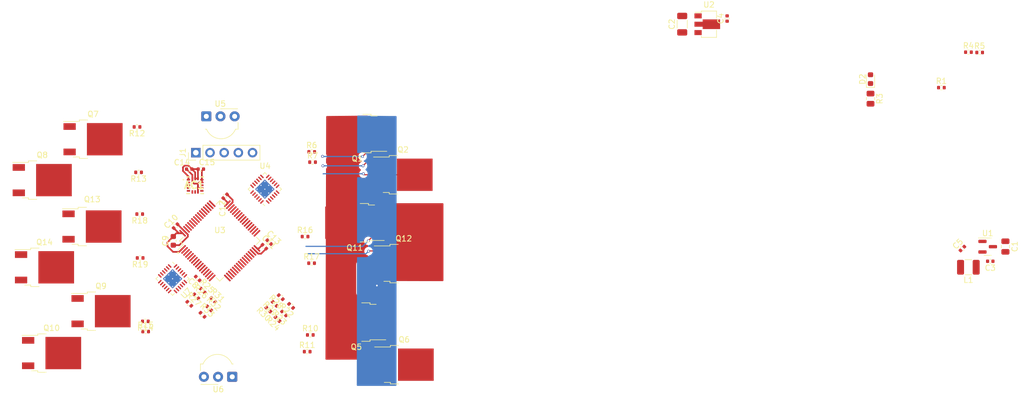
<source format=kicad_pcb>
(kicad_pcb (version 20211014) (generator pcbnew)
  (layers (0 "F.Cu" signal) (31 "B.Cu" signal) (34 "B.Paste" user) (35 "F.Paste" user) (36 "B.SilkS" user "B.Silkscreen") (37 "F.SilkS" user "F.Silkscreen") (38 "B.Mask" user) (39 "F.Mask" user) (44 "Edge.Cuts" user))
  (net 0 "")
  (net 1 "+BATT")
  (net 2 "GND")
  (net 3 "+3V3")
  (net 4 "+3.3VA")
  (net 5 "/BOOT0")
  (net 9 "Net-(C6-Pad2)")
  (net 10 "Net-(C7-Pad2)")
  (net 31 "SWDIO")
  (net 32 "SWDCLK")
  (net 35 "SWO")
  (net 38 "SPIx_SCK")
  (net 39 "SPIx_MOSI")
  (net 40 "SPIx_MISO")
  (net 43 "A1_INL")
  (net 44 "B1_INL")
  (net 45 "C1_INL")
  (net 47 "+5V")
  (net 48 "/PWR_LED")
  (net 49 "VDC_sense")
  (net 50 "A1")
  (net 51 "/GLA1")
  (net 53 "A1_INH")
  (net 54 "B1_INH")
  (net 55 "C1_INH")
  (net 56 "/GHA1")
  (net 57 "/BSTA1")
  (net 58 "IR_top")
  (net 59 "Net-(C17-Pad1)")
  (net 60 "IR_bottom")
  (net 61 "Net-(C18-Pad1)")
  (net 62 "/GHA1'")
  (net 63 "/GHC1'")
  (net 64 "C1")
  (net 65 "/GLC1'")
  (net 66 "/GHA2'")
  (net 67 "A2")
  (net 68 "/GLA2'")
  (net 69 "/GHC2'")
  (net 70 "/GLC2'")
  (net 71 "/GHB1'")
  (net 72 "B1")
  (net 73 "/GLB1'")
  (net 74 "/GHB2'")
  (net 75 "/GLB2'")
  (net 76 "/GLC1")
  (net 77 "/GLB1")
  (net 78 "/GHC1")
  (net 79 "/BSTC1")
  (net 80 "/GHB1")
  (net 81 "/BSTB1")
  (net 83 "/GLC2")
  (net 84 "/GLB2")
  (net 85 "/GLA2")
  (net 86 "/GHC2")
  (net 87 "/BSTC2")
  (net 88 "/GHB2")
  (net 89 "/BSTB2")
  (net 90 "/GHA2")
  (net 91 "/BSTA2")
  (net 93 "C2")
  (net 94 "B2")
  (net 95 "A2_INL")
  (net 96 "B2_INL")
  (net 97 "C2_INL")
  (net 98 "A2_INH")
  (net 99 "B2_INH")
  (net 100 "C2_INH")
  (net 101 "/GLA1'")
  (net 102 "M2_COM")
  (net 103 "M1_COM")
  (net 104 "A1_Vsense")
  (net 105 "B1_Vsense")
  (net 106 "C1_Vsense")
  (net 107 "A2_Vsense")
  (net 108 "B2_Vsense")
  (net 109 "C2_Vsense")
  (footprint "Resistor_SMD:R_0402_1005Metric" (layer "F.Cu") (at 239.5196 35.836)
    (fp_text reference "R4")
    (fp_text value "82K")
  )
  (footprint "OptoDevice:Vishay_MOLD-3Pin" (layer "F.Cu") (at 107.5436 94.1012 180)
    (fp_text reference "U6")
    (fp_text value "TSOP348xx")
  )
  (footprint "Resistor_SMD:R_0402_1005Metric" (layer "F.Cu") (at 116.834976 82.722776 135)
    (fp_text reference "R23")
    (fp_text value "82K")
  )
  (footprint "Resistor_SMD:R_0402_1005Metric" (layer "F.Cu") (at 102.235 78.613 -45)
    (fp_text reference "R25")
    (fp_text value "82K")
  )
  (footprint "Resistor_SMD:R_0402_1005Metric" (layer "F.Cu") (at 91.0336 72.771 180)
    (fp_text reference "R19")
    (fp_text value "20R")
  )
  (footprint "Resistor_SMD:R_0402_1005Metric" (layer "F.Cu") (at 121.7676 73.7108)
    (fp_text reference "R17")
    (fp_text value "20R")
  )
  (footprint "Package_TO_SOT_SMD:TO-252-2" (layer "F.Cu") (at 129.9574 50.446399 180)
    (fp_text reference "Q1")
    (fp_text value "G35N02K")
  )
  (footprint "Resistor_SMD:R_0402_1005Metric" (layer "F.Cu") (at 90.7542 57.404 180)
    (fp_text reference "R13")
    (fp_text value "20R")
  )
  (footprint "Resistor_SMD:R_0402_1005Metric" (layer "F.Cu") (at 121.793 53.721)
    (fp_text reference "R6")
    (fp_text value "20R")
  )
  (footprint "Resistor_SMD:R_0402_1005Metric" (layer "F.Cu") (at 114.01139 82.02856 135)
    (fp_text reference "R30")
    (fp_text value "14K")
  )
  (footprint "Capacitor_SMD:C_0603_1608Metric" (layer "F.Cu") (at 96.9772 69.6976 -90)
    (fp_text reference "C9")
    (fp_text value "4u7F")
  )
  (footprint "Resistor_SMD:R_0402_1005Metric" (layer "F.Cu") (at 92.0222 85.979)
    (fp_text reference "R15")
    (fp_text value "20R")
  )
  (footprint "Resistor_SMD:R_0402_1005Metric" (layer "F.Cu") (at 241.5286 35.8902)
    (fp_text reference "R5")
    (fp_text value "14K")
  )
  (footprint "Resistor_SMD:R_0402_1005Metric" (layer "F.Cu") (at 90.9574 64.897 180)
    (fp_text reference "R18")
    (fp_text value "20R")
  )
  (footprint "Capacitor_SMD:C_0402_1005Metric" (layer "F.Cu") (at 113.3094 70.739 -45)
    (fp_text reference "C11")
    (fp_text value "100nF")
  )
  (footprint "Connector_PinHeader_2.54mm:PinHeader_1x05_P2.54mm_Vertical" (layer "F.Cu") (at 101.0208 53.8734 90)
    (fp_text reference "J1")
    (fp_text value "SWD")
  )
  (footprint "Resistor_SMD:R_0402_1005Metric" (layer "F.Cu") (at 116.240749 79.813977 135)
    (fp_text reference "R28")
    (fp_text value "14K")
  )
  (footprint "Capacitor_SMD:C_0402_1005Metric" (layer "F.Cu") (at 114.173 69.9262 -45)
    (fp_text reference "C13")
    (fp_text value "100nF")
  )
  (footprint "Package_TO_SOT_SMD:TO-252-2" (layer "F.Cu") (at 129.7782 84.2782 180)
    (fp_text reference "Q5")
    (fp_text value "G35N02K")
  )
  (footprint "OptoDevice:Vishay_MOLD-3Pin" (layer "F.Cu") (at 102.8954 47.3514)
    (fp_text reference "U5")
    (fp_text value "TSOP348xx")
  )
  (footprint "Resistor_SMD:R_0402_1005Metric" (layer "F.Cu") (at 120.5992 68.9356)
    (fp_text reference "R16")
    (fp_text value "20R")
  )
  (footprint "Resistor_SMD:R_0402_1005Metric" (layer "F.Cu") (at 115.66239 83.75576 135)
    (fp_text reference "R24")
    (fp_text value "82K")
  )
  (footprint "Resistor_SMD:R_0402_1005Metric" (layer "F.Cu") (at 234.6696 42.196)
    (fp_text reference "R1")
    (fp_text value "82K")
  )
  (footprint "Resistor_SMD:R_0402_1005Metric" (layer "F.Cu") (at 90.4748 49.2506 180)
    (fp_text reference "R12")
    (fp_text value "20R")
  )
  (footprint "Package_TO_SOT_SMD:TO-252-2" (layer "F.Cu") (at 84.0232 82.3214)
    (fp_text reference "Q9")
    (fp_text value "G35N02K")
  )
  (footprint "Resistor_SMD:R_0402_1005Metric" (layer "F.Cu") (at 103.4034 81.8134 -45)
    (fp_text reference "R32")
    (fp_text value "14K")
  )
  (footprint "Capacitor_SMD:C_0402_1005Metric" (layer "F.Cu") (at 99.835113 56.825758 180)
    (fp_text reference "C14")
    (fp_text value "100uF")
  )
  (footprint "Resistor_SMD:R_0402_1005Metric" (layer "F.Cu") (at 121.9454 55.5752)
    (fp_text reference "R7")
    (fp_text value "20R")
  )
  (footprint "Package_TO_SOT_SMD:SOT-89-3" (layer "F.Cu") (at 192.7018 30.8174)
    (fp_text reference "U2")
    (fp_text value "PJ73AL50SQ")
  )
  (footprint "Capacitor_SMD:C_0402_1005Metric" (layer "F.Cu") (at 97.3836 67.056 45)
    (fp_text reference "C10")
    (fp_text value "100nF")
  )
  (footprint "Package_TO_SOT_SMD:TO-252-2" (layer "F.Cu") (at 73.4822 58.801)
    (fp_text reference "Q8")
    (fp_text value "G35N02K")
  )
  (footprint "Package_TO_SOT_SMD:TO-252-2" (layer "F.Cu") (at 129.5016 66.4474 180)
    (fp_text reference "Q11")
    (fp_text value "G35N02K")
  )
  (footprint "Package_TO_SOT_SMD:TO-252-2" (layer "F.Cu") (at 73.8886 74.4474)
    (fp_text reference "Q14")
    (fp_text value "G35N02K")
  )
  (footprint "Resistor_SMD:R_0402_1005Metric" (layer "F.Cu") (at 104.110979 80.314351 -45)
    (fp_text reference "R31")
    (fp_text value "14K")
  )
  (footprint "Package_TO_SOT_SMD:TO-252-2" (layer "F.Cu") (at 138.29 73.788)
    (fp_text reference "Q12")
    (fp_text value "G35N02K")
  )
  (footprint "Package_TO_SOT_SMD:TO-252-2" (layer "F.Cu") (at 82.5926 51.4604)
    (fp_text reference "Q7")
    (fp_text value "G35N02K")
  )
  (footprint "Capacitor_SMD:C_0402_1005Metric" (layer "F.Cu") (at 243.430499 73.362399)
    (fp_text reference "C3")
    (fp_text value "10uF")
  )
  (footprint "Package_DFN_QFN:VQFN-24-1EP_4x4mm_P0.5mm_EP2.45x2.45mm_ThermalVias" (layer "F.Cu") (at 96.8502 76.5048 -45)
    (fp_text reference "U7")
    (fp_text value "DRV8300DRGER")
  )
  (footprint "Package_DFN_QFN:VQFN-24-1EP_4x4mm_P0.5mm_EP2.45x2.45mm_ThermalVias" (layer "F.Cu") (at 113.3856 60.4266 135)
    (fp_text reference "U4")
    (fp_text value "DRV8300DRGER")
  )
  (footprint "Package_TO_SOT_SMD:SOT-23" (layer "F.Cu") (at 242.9707 70.7462)
    (fp_text reference "U1")
    (fp_text value "AP7375-33SA-7")
  )
  (footprint "Package_TO_SOT_SMD:TO-252-2" (layer "F.Cu") (at 138.3634 91.9236)
    (fp_text reference "Q6")
    (fp_text value "G35N02K")
  )
  (footprint "Resistor_SMD:R_0402_1005Metric" (layer "F.Cu") (at 120.9802 89.5858)
    (fp_text reference "R11")
    (fp_text value "20R")
  )
  (footprint "Resistor_SMD:R_0402_1005Metric" (layer "F.Cu") (at 91.9734 84.1502 180)
    (fp_text reference "R14")
    (fp_text value "20R")
  )
  (footprint "Resistor_SMD:R_0402_1005Metric" (layer "F.Cu") (at 101.092 79.6544 -45)
    (fp_text reference "R26")
    (fp_text value "82K")
  )
  (footprint "Capacitor_SMD:C_0402_1005Metric" (layer "F.Cu") (at 106.2736 61.6966 45)
    (fp_text reference "C12")
    (fp_text value "100nF")
  )
  (footprint "Resistor_SMD:R_0402_1005Metric" (layer "F.Cu") (at 115.146688 80.998567 135)
    (fp_text reference "R29")
    (fp_text value "14K")
  )
  (footprint "Capacitor_SMD:C_0402_1005Metric" (layer "F.Cu") (at 101.346 76.454 135)
    (fp_text reference "C8")
    (fp_text value "10nF")
  )
  (footprint "Package_TO_SOT_SMD:TO-252-2" (layer "F.Cu") (at 75.1586 89.8398)
    (fp_text reference "Q10")
    (fp_text value "G35N02K")
  )
  (footprint "Resistor_SMD:R_0402_1005Metric" (layer "F.Cu") (at 118.090682 81.376542 135)
    (fp_text reference "R22")
    (fp_text value "82K")
  )
  (footprint "Capacitor_SMD:C_0805_2012Metric" (layer "F.Cu") (at 246.1457 70.7208 -90)
    (fp_text reference "C1")
    (fp_text value "1uF")
  )
  (footprint "Package_QFP:LQFP-64_10x10mm_P0.5mm" (layer "F.Cu") (at 105.3084 69.6976 45)
    (fp_text reference "U3")
    (fp_text value "STM32F303RBTx")
  )
  (footprint "Inductor_SMD:L_1210_3225Metric" (layer "F.Cu") (at 239.504592 74.437659 180)
    (fp_text reference "L1")
    (fp_text value "1mH")
  )
  (footprint "Capacitor_SMD:C_1206_3216Metric" (layer "F.Cu") (at 188.2082 30.8082 90)
    (fp_text reference "C2")
    (fp_text value "10uF")
  )
  (footprint "Resistor_SMD:R_0402_1005Metric" (layer "F.Cu") (at 121.539 86.5886)
    (fp_text reference "R10")
    (fp_text value "20R")
  )
  (footprint "Resistor_SMD:R_0805_2012Metric" (layer "F.Cu") (at 221.9626 44.1778 -90)
    (fp_text reference "R3")
    (fp_text value "500R")
  )
  (footprint "Package_TO_SOT_SMD:TO-252-2" (layer "F.Cu") (at 82.3976 67.1322)
    (fp_text reference "Q13")
    (fp_text value "G35N02K")
  )
  (footprint "Capacitor_SMD:C_0402_1005Metric" (layer "F.Cu") (at 196.26 29.7948 90)
    (fp_text reference "C4")
    (fp_text value "10uF")
  )
  (footprint "KiCad:H3LIS331DLTR" (layer "F.Cu") (at 100.896359 59.721358)
    (fp_text reference "AC1")
    (fp_text value "H3LIS331DLTR" hide)
  )
  (footprint "Capacitor_SMD:C_0402_1005Metric" (layer "F.Cu") (at 101.917913 56.825758)
    (fp_text reference "C15")
    (fp_text value "100nF")
  )
  (footprint "LED_SMD:LED_0603_1608Metric" (layer "F.Cu") (at 221.9626 40.6726 90)
    (fp_text reference "D2")
    (fp_text value "Green LED")
  )
  (footprint "Resistor_SMD:R_0402_1005Metric" (layer "F.Cu") (at 102.21735 82.969126 -45)
    (fp_text reference "R33")
    (fp_text value "14K")
  )
  (footprint "Package_TO_SOT_SMD:TO-252-2" (layer "F.Cu") (at 138.1616 57.8378)
    (fp_text reference "Q2")
    (fp_text value "G35N02K")
  )
  (footprint "Capacitor_SMD:C_0402_1005Metric" (layer "F.Cu") (at 238.437792 71.084859 45)
    (fp_text reference "C5")
    (fp_text value "10uF")
  )
  (footprint "Resistor_SMD:R_0402_1005Metric" (layer "F.Cu") (at 99.846562 80.993469 -45)
    (fp_text reference "R27")
    (fp_text value "82K")
  )
  (gr_circle (center 97.8408 71.8566) (end 97.8408 71.882) (layer "F.SilkS") (width 0.15) (fill none))
  (segment (start 101.610511 59.221848) (end 101.396359 59.435998) (width 0.3) (layer "F.Cu") (net 2))
  (segment (start 112.208303 72.001309) (end 112.725913 72.001309) (width 0.3) (layer "F.Cu") (net 2))
  (segment (start 99.586447 68.571841) (end 98.997472 67.982866) (width 0.3) (layer "F.Cu") (net 2))
  (segment (start 100.396362 58.521359) (end 100.39636 57.86701) (width 0.3) (layer "F.Cu") (net 2))
  (segment (start 102.09587 59.221849) (end 101.610511 59.221848) (width 0.3) (layer "F.Cu") (net 2))
  (segment (start 98.989288 67.982866) (end 97.723011 66.716589) (width 0.3) (layer "F.Cu") (net 2))
  (segment (start 99.586447 68.941777) (end 99.586447 68.571841) (width 0.3) (layer "F.Cu") (net 2))
  (segment (start 98.055624 70.4726) (end 99.586447 68.941777) (width 0.3) (layer "F.Cu") (net 2))
  (segment (start 107.612109 62.797697) (end 107.612109 62.356287) (width 0.3) (layer "F.Cu") (net 2))
  (segment (start 101.396359 59.812011) (end 101.396359 60.468911) (width 0.3) (layer "F.Cu") (net 2))
  (segment (start 102.096362 57.127308) (end 102.39791 56.82576) (width 0.3) (layer "F.Cu") (net 2))
  (segment (start 98.997472 67.982866) (end 98.989288 67.982866) (width 0.3) (layer "F.Cu") (net 2))
  (segment (start 101.396361 60.170383) (end 101.396359 59.812011) (width 0.3) (layer "F.Cu") (net 2))
  (segment (start 96.9772 70.4726) (end 98.055624 70.4726) (width 0.3) (layer "F.Cu") (net 2))
  (segment (start 100.711 59.436) (end 101.396359 59.435998) (width 0.3) (layer "F.Cu") (net 2))
  (segment (start 101.447338 60.221359) (end 101.396361 60.170383) (width 0.3) (layer "F.Cu") (net 2))
  (segment (start 102.09636 59.22136) (end 102.09636 58.721361) (width 0.3) (layer "F.Cu") (net 2))
  (segment (start 111.619328 71.412334) (end 112.208303 72.001309) (width 0.3) (layer "F.Cu") (net 2))
  (segment (start 101.396363 60.921358) (end 101.396359 60.468911) (width 0.3) (layer "F.Cu") (net 2))
  (segment (start 107.023134 63.386672) (end 107.612109 62.797697) (width 0.3) (layer "F.Cu") (net 2))
  (segment (start 101.396359 59.435998) (end 101.396359 59.812011) (width 0.3) (layer "F.Cu") (net 2))
  (segment (start 102.09636 59.22136) (end 102.09587 59.221849) (width 0.3) (layer "F.Cu") (net 2))
  (segment (start 107.612109 62.356287) (end 106.613011 61.357189) (width 0.3) (layer "F.Cu") (net 2))
  (segment (start 102.09636 58.721361) (end 102.096362 57.127308) (width 0.3) (layer "F.Cu") (net 2))
  (segment (start 112.725913 72.001309) (end 113.648811 71.078411) (width 0.3) (layer "F.Cu") (net 2))
  (segment (start 100.39636 57.86701) (end 99.35511 56.82576) (width 0.3) (layer "F.Cu") (net 2))
  (segment (start 100.39636 59.121359) (end 100.711 59.436) (width 0.3) (layer "F.Cu") (net 2))
  (segment (start 102.096358 60.221359) (end 101.447338 60.221359) (width 0.3) (layer "F.Cu") (net 2))
  (segment (start 100.396362 58.521359) (end 100.39636 59.121359) (width 0.3) (layer "F.Cu") (net 2))
  (via (at 133.477 77.724) (size 0.5) (drill 0.3) (layers "F.Cu" "B.Cu") (net 2))
  (segment (start 99.696361 58.13741) (end 99.696361 58.72136) (width 0.3) (layer "F.Cu") (net 3))
  (segment (start 97.525581 68.336419) (end 97.985197 68.336419) (width 0.3) (layer "F.Cu") (net 3))
  (segment (start 96.3422 69.5706) (end 95.9358 69.977) (width 0.3) (layer "F.Cu") (net 3))
  (segment (start 96.938333 71.6788) (end 98.0239 71.6788) (width 0.3) (layer "F.Cu") (net 3))
  (segment (start 96.9772 68.9226) (end 96.3422 69.5576) (width 0.3) (layer "F.Cu") (net 3))
  (segment (start 97.985197 68.336419) (end 97.044189 67.395411) (width 0.3) (layer "F.Cu") (net 3))
  (segment (start 96.9772 68.8848) (end 97.525581 68.336419) (width 0.3) (layer "F.Cu") (net 3))
  (segment (start 112.310797 71.058781) (end 112.969989 70.399589) (width 0.3) (layer "F.Cu") (net 3))
  (segment (start 101.396362 58.521361) (end 101.39636 56.867309) (width 0.3) (layer "F.Cu") (net 3))
  (segment (start 96.3422 69.5576) (end 96.3422 69.5706) (width 0.3) (layer "F.Cu") (net 3))
  (segment (start 98.714911 57.15596) (end 99.696361 58.13741) (width 0.3) (layer "F.Cu") (net 3))
  (segment (start 100.896361 57.40701) (end 100.31511 56.82576) (width 0.3) (layer "F.Cu") (net 3))
  (segment (start 96.9772 68.9226) (end 96.9772 68.8848) (width 0.3) (layer "F.Cu") (net 3))
  (segment (start 106.669581 62.771403) (end 105.934189 62.036011) (width 0.3) (layer "F.Cu") (net 3))
  (segment (start 99.01423 56.196241) (end 98.714911 56.49556) (width 0.3) (layer "F.Cu") (net 3))
  (segment (start 111.972881 71.058781) (end 112.310797 71.058781) (width 0.3) (layer "F.Cu") (net 3))
  (segment (start 95.9358 70.676267) (end 96.938333 71.6788) (width 0.3) (layer "F.Cu") (net 3))
  (segment (start 99.685591 56.19624) (end 99.01423 56.196241) (width 0.3) (layer "F.Cu") (net 3))
  (segment (start 101.39636 56.867309) (end 101.43791 56.82576) (width 0.3) (layer "F.Cu") (net 3))
  (segment (start 98.714911 56.49556) (end 98.714911 57.15596) (width 0.3) (layer "F.Cu") (net 3))
  (segment (start 106.669581 63.033119) (end 106.669581 62.771403) (width 0.3) (layer "F.Cu") (net 3))
  (segment (start 98.0239 71.6788) (end 98.643919 71.058781) (width 0.3) (layer "F.Cu") (net 3))
  (segment (start 98.643919 68.336419) (end 97.985197 68.336419) (width 0.3) (layer "F.Cu") (net 3))
  (segment (start 100.31511 56.82576) (end 99.685591 56.19624) (width 0.3) (layer "F.Cu") (net 3))
  (segment (start 95.9358 69.977) (end 95.9358 70.676267) (width 0.3) (layer "F.Cu") (net 3))
  (segment (start 101.43791 56.82576) (end 100.31511 56.82576) (width 0.3) (layer "F.Cu") (net 3))
  (segment (start 100.896359 58.521359) (end 101.396362 58.521361) (width 0.3) (layer "F.Cu") (net 3))
  (segment (start 100.896359 58.521359) (end 100.896361 57.40701) (width 0.3) (layer "F.Cu") (net 3))
  (segment (start 140.2616 57.8378) (end 131.2438 57.8378) (width 0.2) (layer "F.Cu") (net 50))
  (segment (start 131.2438 57.8378) (end 131.064 57.658) (width 0.2) (layer "F.Cu") (net 50))
  (via (at 131.064 57.658) (size 0.5) (drill 0.3) (layers "F.Cu" "B.Cu") (net 50))
  (segment (start 131.064 57.658) (end 123.8758 57.658) (width 0.2) (layer "B.Cu") (net 50))
  (segment (start 123.8758 57.658) (end 123.8504 57.6834) (width 0.2) (layer "B.Cu") (net 50))
  (segment (start 134.1574 52.726399) (end 132.744401 52.726399) (width 0.2) (layer "F.Cu") (net 62))
  (segment (start 132.744401 52.726399) (end 130.9116 54.5592) (width 0.2) (layer "F.Cu") (net 62))
  (via (at 123.7234 54.5338) (size 0.5) (drill 0.3) (layers "F.Cu" "B.Cu") (net 62))
  (via (at 130.9116 54.5592) (size 0.5) (drill 0.3) (layers "F.Cu" "B.Cu") (net 62))
  (segment (start 130.9116 54.5592) (end 123.7488 54.5592) (width 0.2) (layer "B.Cu") (net 62))
  (segment (start 123.7488 54.5592) (end 123.7234 54.5338) (width 0.2) (layer "B.Cu") (net 62))
  (segment (start 132.8978 68.7274) (end 131.9276 69.6976) (width 0.2) (layer "F.Cu") (net 71))
  (segment (start 133.7016 68.7274) (end 132.8978 68.7274) (width 0.2) (layer "F.Cu") (net 71))
  (via (at 131.9276 69.6976) (size 0.5) (drill 0.3) (layers "F.Cu" "B.Cu") (net 71))
  (segment (start 131.9276 69.6976) (end 130.937 70.6882) (width 0.2) (layer "B.Cu") (net 71))
  (segment (start 130.937 70.6882) (end 120.7516 70.6882) (width 0.2) (layer "B.Cu") (net 71))
  (segment (start 134.09 71.508) (end 132.0222 71.508) (width 0.2) (layer "F.Cu") (net 73))
  (segment (start 132.0222 71.508) (end 131.9784 71.5518) (width 0.2) (layer "F.Cu") (net 73))
  (via (at 131.9784 71.5518) (size 0.5) (drill 0.3) (layers "F.Cu" "B.Cu") (net 73))
  (segment (start 131.9784 71.5518) (end 131.5212 72.009) (width 0.2) (layer "B.Cu") (net 73))
  (segment (start 131.5212 72.009) (end 121.1072 72.009) (width 0.2) (layer "B.Cu") (net 73))
  (segment (start 131.6656 55.5578) (end 130.9878 56.2356) (width 0.2) (layer "F.Cu") (net 101))
  (segment (start 133.9616 55.5578) (end 131.6656 55.5578) (width 0.2) (layer "F.Cu") (net 101))
  (via (at 130.9878 56.2356) (size 0.5) (drill 0.3) (layers "F.Cu" "B.Cu") (net 101))
  (via (at 123.7996 56.2356) (size 0.5) (drill 0.3) (layers "F.Cu" "B.Cu") (net 101))
  (segment (start 130.9878 56.2356) (end 123.7996 56.2356) (width 0.2) (layer "B.Cu") (net 101))
  (zone (net 1) (net_name "+BATT") (layer "F.Cu") (priority 1) (connect_pads yes (clearance 0.508)) (min_thickness 0.254) (fill yes (thermal_gap 0.508) (thermal_bridge_width 0.508))
    (polygon (pts (xy 131.953 91.0082) (xy 124.2568 91.0336) (xy 124.3838 47.2948) (xy 131.8768 47.2186)))
  )
  (zone (net 2) (net_name "GND") (layer "F.Cu") (priority 2) (connect_pads yes (clearance 0.508)) (min_thickness 0.254) (fill yes (thermal_gap 0.508) (thermal_bridge_width 0.508))
    (polygon (pts (xy 136.0678 79.1464) (xy 130.2766 79.1464) (xy 130.2766 73.8124) (xy 136.1186 73.8124)))
  )
  (zone (net 72) (net_name "B1") (layer "F.Cu") (connect_pads yes (clearance 0.508)) (min_thickness 0.254) (fill yes (thermal_gap 0.508) (thermal_bridge_width 0.508))
    (polygon (pts (xy 145.9992 76.9366) (xy 136.8552 76.9112) (xy 135.3312 76.9112) (xy 131.699 63.0428) (xy 131.699 62.9412) (xy 145.9992 62.9412)))
  )
  (zone (net 2) (net_name "GND") (layer "B.Cu") (priority 1) (connect_pads yes (clearance 0.508)) (min_thickness 0.254) (fill yes (thermal_gap 0.508) (thermal_bridge_width 0.508))
    (polygon (pts (xy 135.89 47.2948) (xy 137.0076 47.2948) (xy 136.9822 96.1136) (xy 129.8702 96.1136) (xy 129.9464 47.2186)))
  )
)
</source>
